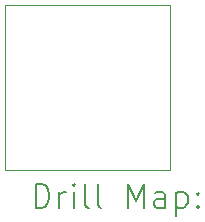
<source format=gbr>
%TF.GenerationSoftware,KiCad,Pcbnew,7.0.9*%
%TF.CreationDate,2023-11-12T02:23:47+01:00*%
%TF.ProjectId,try2,74727932-2e6b-4696-9361-645f70636258,rev?*%
%TF.SameCoordinates,Original*%
%TF.FileFunction,Drillmap*%
%TF.FilePolarity,Positive*%
%FSLAX45Y45*%
G04 Gerber Fmt 4.5, Leading zero omitted, Abs format (unit mm)*
G04 Created by KiCad (PCBNEW 7.0.9) date 2023-11-12 02:23:47*
%MOMM*%
%LPD*%
G01*
G04 APERTURE LIST*
%ADD10C,0.100000*%
%ADD11C,0.200000*%
G04 APERTURE END LIST*
D10*
X13970000Y-8493760D02*
X15367000Y-8493760D01*
X15367000Y-9890760D01*
X13970000Y-9890760D01*
X13970000Y-8493760D01*
D11*
X14225777Y-10207244D02*
X14225777Y-10007244D01*
X14225777Y-10007244D02*
X14273396Y-10007244D01*
X14273396Y-10007244D02*
X14301967Y-10016768D01*
X14301967Y-10016768D02*
X14321015Y-10035815D01*
X14321015Y-10035815D02*
X14330539Y-10054863D01*
X14330539Y-10054863D02*
X14340062Y-10092958D01*
X14340062Y-10092958D02*
X14340062Y-10121530D01*
X14340062Y-10121530D02*
X14330539Y-10159625D01*
X14330539Y-10159625D02*
X14321015Y-10178672D01*
X14321015Y-10178672D02*
X14301967Y-10197720D01*
X14301967Y-10197720D02*
X14273396Y-10207244D01*
X14273396Y-10207244D02*
X14225777Y-10207244D01*
X14425777Y-10207244D02*
X14425777Y-10073910D01*
X14425777Y-10112006D02*
X14435301Y-10092958D01*
X14435301Y-10092958D02*
X14444824Y-10083434D01*
X14444824Y-10083434D02*
X14463872Y-10073910D01*
X14463872Y-10073910D02*
X14482920Y-10073910D01*
X14549586Y-10207244D02*
X14549586Y-10073910D01*
X14549586Y-10007244D02*
X14540062Y-10016768D01*
X14540062Y-10016768D02*
X14549586Y-10026291D01*
X14549586Y-10026291D02*
X14559110Y-10016768D01*
X14559110Y-10016768D02*
X14549586Y-10007244D01*
X14549586Y-10007244D02*
X14549586Y-10026291D01*
X14673396Y-10207244D02*
X14654348Y-10197720D01*
X14654348Y-10197720D02*
X14644824Y-10178672D01*
X14644824Y-10178672D02*
X14644824Y-10007244D01*
X14778158Y-10207244D02*
X14759110Y-10197720D01*
X14759110Y-10197720D02*
X14749586Y-10178672D01*
X14749586Y-10178672D02*
X14749586Y-10007244D01*
X15006729Y-10207244D02*
X15006729Y-10007244D01*
X15006729Y-10007244D02*
X15073396Y-10150101D01*
X15073396Y-10150101D02*
X15140062Y-10007244D01*
X15140062Y-10007244D02*
X15140062Y-10207244D01*
X15321015Y-10207244D02*
X15321015Y-10102482D01*
X15321015Y-10102482D02*
X15311491Y-10083434D01*
X15311491Y-10083434D02*
X15292443Y-10073910D01*
X15292443Y-10073910D02*
X15254348Y-10073910D01*
X15254348Y-10073910D02*
X15235301Y-10083434D01*
X15321015Y-10197720D02*
X15301967Y-10207244D01*
X15301967Y-10207244D02*
X15254348Y-10207244D01*
X15254348Y-10207244D02*
X15235301Y-10197720D01*
X15235301Y-10197720D02*
X15225777Y-10178672D01*
X15225777Y-10178672D02*
X15225777Y-10159625D01*
X15225777Y-10159625D02*
X15235301Y-10140577D01*
X15235301Y-10140577D02*
X15254348Y-10131053D01*
X15254348Y-10131053D02*
X15301967Y-10131053D01*
X15301967Y-10131053D02*
X15321015Y-10121530D01*
X15416253Y-10073910D02*
X15416253Y-10273910D01*
X15416253Y-10083434D02*
X15435301Y-10073910D01*
X15435301Y-10073910D02*
X15473396Y-10073910D01*
X15473396Y-10073910D02*
X15492443Y-10083434D01*
X15492443Y-10083434D02*
X15501967Y-10092958D01*
X15501967Y-10092958D02*
X15511491Y-10112006D01*
X15511491Y-10112006D02*
X15511491Y-10169149D01*
X15511491Y-10169149D02*
X15501967Y-10188196D01*
X15501967Y-10188196D02*
X15492443Y-10197720D01*
X15492443Y-10197720D02*
X15473396Y-10207244D01*
X15473396Y-10207244D02*
X15435301Y-10207244D01*
X15435301Y-10207244D02*
X15416253Y-10197720D01*
X15597205Y-10188196D02*
X15606729Y-10197720D01*
X15606729Y-10197720D02*
X15597205Y-10207244D01*
X15597205Y-10207244D02*
X15587682Y-10197720D01*
X15587682Y-10197720D02*
X15597205Y-10188196D01*
X15597205Y-10188196D02*
X15597205Y-10207244D01*
X15597205Y-10083434D02*
X15606729Y-10092958D01*
X15606729Y-10092958D02*
X15597205Y-10102482D01*
X15597205Y-10102482D02*
X15587682Y-10092958D01*
X15587682Y-10092958D02*
X15597205Y-10083434D01*
X15597205Y-10083434D02*
X15597205Y-10102482D01*
M02*

</source>
